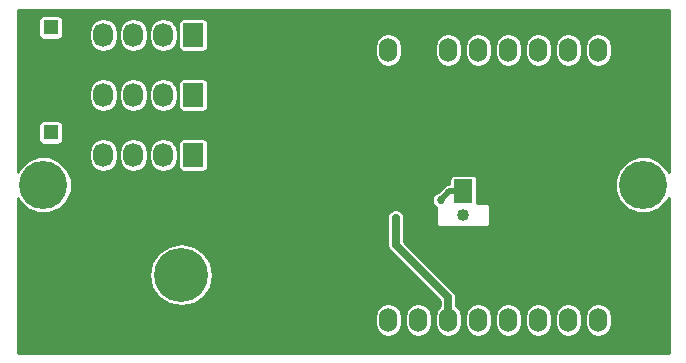
<source format=gbl>
%TF.GenerationSoftware,KiCad,Pcbnew,4.0.2-stable*%
%TF.CreationDate,2016-05-01T09:37:51-04:00*%
%TF.ProjectId,RGB-Controller,5247422D436F6E74726F6C6C65722E6B,rev?*%
%TF.FileFunction,Copper,L2,Bot,Signal*%
%FSLAX46Y46*%
G04 Gerber Fmt 4.6, Leading zero omitted, Abs format (unit mm)*
G04 Created by KiCad (PCBNEW 4.0.2-stable) date 5/1/2016 9:37:51 AM*
%MOMM*%
G01*
G04 APERTURE LIST*
%ADD10C,0.127000*%
%ADD11R,1.600000X2.000000*%
%ADD12C,1.016000*%
%ADD13O,1.524000X2.032000*%
%ADD14C,4.064000*%
%ADD15R,1.727200X2.032000*%
%ADD16O,1.727200X2.032000*%
%ADD17O,4.572000X4.572000*%
%ADD18O,4.064000X4.064000*%
%ADD19O,3.500120X3.500120*%
%ADD20R,1.300000X1.300000*%
%ADD21C,1.300000*%
%ADD22C,0.685800*%
%ADD23C,0.508000*%
%ADD24C,0.635000*%
%ADD25C,0.254000*%
G04 APERTURE END LIST*
D10*
D11*
X135890000Y-91980000D03*
X135890000Y-95980000D03*
D12*
X135890000Y-93980000D03*
D13*
X147320000Y-102870000D03*
X147320000Y-80010000D03*
X144780000Y-102870000D03*
X144780000Y-80010000D03*
X142240000Y-102870000D03*
X142240000Y-80010000D03*
X139700000Y-102870000D03*
X139700000Y-80010000D03*
X137160000Y-102870000D03*
X137160000Y-80010000D03*
X134620000Y-102870000D03*
X134620000Y-80010000D03*
X132080000Y-102870000D03*
X132080000Y-80010000D03*
X129540000Y-102870000D03*
X129540000Y-80010000D03*
D14*
X151130000Y-91440000D03*
D15*
X113030000Y-78740000D03*
D16*
X110490000Y-78740000D03*
X107950000Y-78740000D03*
X105410000Y-78740000D03*
D15*
X113030000Y-83820000D03*
D16*
X110490000Y-83820000D03*
X107950000Y-83820000D03*
X105410000Y-83820000D03*
D15*
X113030000Y-88900000D03*
D16*
X110490000Y-88900000D03*
X107950000Y-88900000D03*
X105410000Y-88900000D03*
D14*
X100330000Y-91440000D03*
D17*
X112014000Y-99060000D03*
D18*
X105410000Y-99060000D03*
D19*
X109220000Y-103505000D03*
D20*
X100965000Y-78105000D03*
D21*
X100965000Y-80605000D03*
D20*
X100965000Y-86995000D03*
D21*
X100965000Y-84495000D03*
D22*
X133985000Y-92710000D03*
X145415000Y-82550000D03*
X137160000Y-99695000D03*
X120015000Y-102235000D03*
X135890000Y-98425000D03*
X124206000Y-79502000D03*
X137160000Y-85725000D03*
X130810000Y-83185000D03*
X127635000Y-86360000D03*
X127635000Y-88265000D03*
X127635000Y-90170000D03*
X127635000Y-92075000D03*
X127635000Y-93980000D03*
X126365000Y-85725000D03*
X127635000Y-84455000D03*
X128905000Y-85725000D03*
X128905000Y-86995000D03*
X128905000Y-88900000D03*
X128905000Y-90805000D03*
X128905000Y-92710000D03*
X120015000Y-83820000D03*
X129540000Y-98425000D03*
X126365000Y-87630000D03*
X126365000Y-89535000D03*
X126365000Y-91440000D03*
X126365000Y-93345000D03*
X130175000Y-94234000D03*
D23*
X134715000Y-91980000D02*
X135890000Y-91980000D01*
X133985000Y-92710000D02*
X134715000Y-91980000D01*
X135890000Y-95980000D02*
X135890000Y-98425000D01*
D24*
X127635000Y-86360000D02*
X127635000Y-88265000D01*
X127635000Y-90170000D02*
X127635000Y-92075000D01*
D23*
X128905000Y-85725000D02*
X127635000Y-84455000D01*
X128905000Y-88900000D02*
X128905000Y-86995000D01*
X128905000Y-92710000D02*
X128905000Y-90805000D01*
D24*
X126365000Y-89535000D02*
X126365000Y-87630000D01*
X126365000Y-93345000D02*
X126365000Y-91440000D01*
X134620000Y-100965000D02*
X134620000Y-102870000D01*
X130175000Y-96520000D02*
X134620000Y-100965000D01*
X130175000Y-94234000D02*
X130175000Y-96520000D01*
D25*
G36*
X153276300Y-90315657D02*
X153176834Y-90074931D01*
X152498639Y-89395551D01*
X151612081Y-89027420D01*
X150652130Y-89026583D01*
X149764931Y-89393166D01*
X149085551Y-90071361D01*
X148717420Y-90957919D01*
X148716583Y-91917870D01*
X149083166Y-92805069D01*
X149761361Y-93484449D01*
X150647919Y-93852580D01*
X151607870Y-93853417D01*
X152495069Y-93486834D01*
X153174449Y-92808639D01*
X153276300Y-92563355D01*
X153276300Y-105651300D01*
X98183700Y-105651300D01*
X98183700Y-102588631D01*
X128397000Y-102588631D01*
X128397000Y-103151369D01*
X128484006Y-103588776D01*
X128731777Y-103959592D01*
X129102593Y-104207363D01*
X129540000Y-104294369D01*
X129977407Y-104207363D01*
X130348223Y-103959592D01*
X130595994Y-103588776D01*
X130683000Y-103151369D01*
X130683000Y-102588631D01*
X130937000Y-102588631D01*
X130937000Y-103151369D01*
X131024006Y-103588776D01*
X131271777Y-103959592D01*
X131642593Y-104207363D01*
X132080000Y-104294369D01*
X132517407Y-104207363D01*
X132888223Y-103959592D01*
X133135994Y-103588776D01*
X133223000Y-103151369D01*
X133223000Y-102588631D01*
X133135994Y-102151224D01*
X132888223Y-101780408D01*
X132517407Y-101532637D01*
X132080000Y-101445631D01*
X131642593Y-101532637D01*
X131271777Y-101780408D01*
X131024006Y-102151224D01*
X130937000Y-102588631D01*
X130683000Y-102588631D01*
X130595994Y-102151224D01*
X130348223Y-101780408D01*
X129977407Y-101532637D01*
X129540000Y-101445631D01*
X129102593Y-101532637D01*
X128731777Y-101780408D01*
X128484006Y-102151224D01*
X128397000Y-102588631D01*
X98183700Y-102588631D01*
X98183700Y-99060000D01*
X109294750Y-99060000D01*
X109497763Y-100080617D01*
X110075896Y-100945854D01*
X110941133Y-101523987D01*
X111961750Y-101727000D01*
X112066250Y-101727000D01*
X113086867Y-101523987D01*
X113952104Y-100945854D01*
X114530237Y-100080617D01*
X114733250Y-99060000D01*
X114530237Y-98039383D01*
X113952104Y-97174146D01*
X113086867Y-96596013D01*
X112066250Y-96393000D01*
X111961750Y-96393000D01*
X110941133Y-96596013D01*
X110075896Y-97174146D01*
X109497763Y-98039383D01*
X109294750Y-99060000D01*
X98183700Y-99060000D01*
X98183700Y-94377361D01*
X129450975Y-94377361D01*
X129476500Y-94439136D01*
X129476500Y-96520000D01*
X129529670Y-96787305D01*
X129681086Y-97013914D01*
X133921500Y-101254328D01*
X133921500Y-101707094D01*
X133811777Y-101780408D01*
X133564006Y-102151224D01*
X133477000Y-102588631D01*
X133477000Y-103151369D01*
X133564006Y-103588776D01*
X133811777Y-103959592D01*
X134182593Y-104207363D01*
X134620000Y-104294369D01*
X135057407Y-104207363D01*
X135428223Y-103959592D01*
X135675994Y-103588776D01*
X135763000Y-103151369D01*
X135763000Y-102588631D01*
X136017000Y-102588631D01*
X136017000Y-103151369D01*
X136104006Y-103588776D01*
X136351777Y-103959592D01*
X136722593Y-104207363D01*
X137160000Y-104294369D01*
X137597407Y-104207363D01*
X137968223Y-103959592D01*
X138215994Y-103588776D01*
X138303000Y-103151369D01*
X138303000Y-102588631D01*
X138557000Y-102588631D01*
X138557000Y-103151369D01*
X138644006Y-103588776D01*
X138891777Y-103959592D01*
X139262593Y-104207363D01*
X139700000Y-104294369D01*
X140137407Y-104207363D01*
X140508223Y-103959592D01*
X140755994Y-103588776D01*
X140843000Y-103151369D01*
X140843000Y-102588631D01*
X141097000Y-102588631D01*
X141097000Y-103151369D01*
X141184006Y-103588776D01*
X141431777Y-103959592D01*
X141802593Y-104207363D01*
X142240000Y-104294369D01*
X142677407Y-104207363D01*
X143048223Y-103959592D01*
X143295994Y-103588776D01*
X143383000Y-103151369D01*
X143383000Y-102588631D01*
X143637000Y-102588631D01*
X143637000Y-103151369D01*
X143724006Y-103588776D01*
X143971777Y-103959592D01*
X144342593Y-104207363D01*
X144780000Y-104294369D01*
X145217407Y-104207363D01*
X145588223Y-103959592D01*
X145835994Y-103588776D01*
X145923000Y-103151369D01*
X145923000Y-102588631D01*
X146177000Y-102588631D01*
X146177000Y-103151369D01*
X146264006Y-103588776D01*
X146511777Y-103959592D01*
X146882593Y-104207363D01*
X147320000Y-104294369D01*
X147757407Y-104207363D01*
X148128223Y-103959592D01*
X148375994Y-103588776D01*
X148463000Y-103151369D01*
X148463000Y-102588631D01*
X148375994Y-102151224D01*
X148128223Y-101780408D01*
X147757407Y-101532637D01*
X147320000Y-101445631D01*
X146882593Y-101532637D01*
X146511777Y-101780408D01*
X146264006Y-102151224D01*
X146177000Y-102588631D01*
X145923000Y-102588631D01*
X145835994Y-102151224D01*
X145588223Y-101780408D01*
X145217407Y-101532637D01*
X144780000Y-101445631D01*
X144342593Y-101532637D01*
X143971777Y-101780408D01*
X143724006Y-102151224D01*
X143637000Y-102588631D01*
X143383000Y-102588631D01*
X143295994Y-102151224D01*
X143048223Y-101780408D01*
X142677407Y-101532637D01*
X142240000Y-101445631D01*
X141802593Y-101532637D01*
X141431777Y-101780408D01*
X141184006Y-102151224D01*
X141097000Y-102588631D01*
X140843000Y-102588631D01*
X140755994Y-102151224D01*
X140508223Y-101780408D01*
X140137407Y-101532637D01*
X139700000Y-101445631D01*
X139262593Y-101532637D01*
X138891777Y-101780408D01*
X138644006Y-102151224D01*
X138557000Y-102588631D01*
X138303000Y-102588631D01*
X138215994Y-102151224D01*
X137968223Y-101780408D01*
X137597407Y-101532637D01*
X137160000Y-101445631D01*
X136722593Y-101532637D01*
X136351777Y-101780408D01*
X136104006Y-102151224D01*
X136017000Y-102588631D01*
X135763000Y-102588631D01*
X135675994Y-102151224D01*
X135428223Y-101780408D01*
X135318500Y-101707094D01*
X135318500Y-100965000D01*
X135265330Y-100697696D01*
X135113914Y-100471086D01*
X130873500Y-96230672D01*
X130873500Y-94439491D01*
X130898774Y-94378624D01*
X130899025Y-94090639D01*
X130789050Y-93824479D01*
X130585592Y-93620665D01*
X130319624Y-93510226D01*
X130031639Y-93509975D01*
X129765479Y-93619950D01*
X129561665Y-93823408D01*
X129451226Y-94089376D01*
X129450975Y-94377361D01*
X98183700Y-94377361D01*
X98183700Y-92564343D01*
X98283166Y-92805069D01*
X98961361Y-93484449D01*
X99847919Y-93852580D01*
X100807870Y-93853417D01*
X101695069Y-93486834D01*
X102329648Y-92853361D01*
X133260975Y-92853361D01*
X133370950Y-93119521D01*
X133574408Y-93323335D01*
X133593992Y-93331467D01*
X133591300Y-93345000D01*
X133591300Y-94615000D01*
X133621269Y-94765662D01*
X133706612Y-94893388D01*
X133834338Y-94978731D01*
X133985000Y-95008700D01*
X137795000Y-95008700D01*
X137945662Y-94978731D01*
X138073388Y-94893388D01*
X138158731Y-94765662D01*
X138188700Y-94615000D01*
X138188700Y-93345000D01*
X138158731Y-93194338D01*
X138073388Y-93066612D01*
X137945662Y-92981269D01*
X137795000Y-92951300D01*
X137078464Y-92951300D01*
X137078464Y-90980000D01*
X137051897Y-90838810D01*
X136968454Y-90709135D01*
X136841134Y-90622141D01*
X136690000Y-90591536D01*
X135090000Y-90591536D01*
X134948810Y-90618103D01*
X134819135Y-90701546D01*
X134732141Y-90828866D01*
X134701536Y-90980000D01*
X134701536Y-91347678D01*
X134471996Y-91393336D01*
X134265987Y-91530987D01*
X133789424Y-92007550D01*
X133575479Y-92095950D01*
X133371665Y-92299408D01*
X133261226Y-92565376D01*
X133260975Y-92853361D01*
X102329648Y-92853361D01*
X102374449Y-92808639D01*
X102742580Y-91922081D01*
X102743417Y-90962130D01*
X102376834Y-90074931D01*
X101698639Y-89395551D01*
X100812081Y-89027420D01*
X99852130Y-89026583D01*
X98964931Y-89393166D01*
X98285551Y-90071361D01*
X98183700Y-90316645D01*
X98183700Y-88720231D01*
X104165400Y-88720231D01*
X104165400Y-89079769D01*
X104260140Y-89556057D01*
X104529935Y-89959834D01*
X104933712Y-90229629D01*
X105410000Y-90324369D01*
X105886288Y-90229629D01*
X106290065Y-89959834D01*
X106559860Y-89556057D01*
X106654600Y-89079769D01*
X106654600Y-88720231D01*
X106705400Y-88720231D01*
X106705400Y-89079769D01*
X106800140Y-89556057D01*
X107069935Y-89959834D01*
X107473712Y-90229629D01*
X107950000Y-90324369D01*
X108426288Y-90229629D01*
X108830065Y-89959834D01*
X109099860Y-89556057D01*
X109194600Y-89079769D01*
X109194600Y-88720231D01*
X109245400Y-88720231D01*
X109245400Y-89079769D01*
X109340140Y-89556057D01*
X109609935Y-89959834D01*
X110013712Y-90229629D01*
X110490000Y-90324369D01*
X110966288Y-90229629D01*
X111370065Y-89959834D01*
X111639860Y-89556057D01*
X111734600Y-89079769D01*
X111734600Y-88720231D01*
X111639860Y-88243943D01*
X111399354Y-87884000D01*
X111777936Y-87884000D01*
X111777936Y-89916000D01*
X111804503Y-90057190D01*
X111887946Y-90186865D01*
X112015266Y-90273859D01*
X112166400Y-90304464D01*
X113893600Y-90304464D01*
X114034790Y-90277897D01*
X114164465Y-90194454D01*
X114251459Y-90067134D01*
X114282064Y-89916000D01*
X114282064Y-87884000D01*
X114255497Y-87742810D01*
X114172054Y-87613135D01*
X114044734Y-87526141D01*
X113893600Y-87495536D01*
X112166400Y-87495536D01*
X112025210Y-87522103D01*
X111895535Y-87605546D01*
X111808541Y-87732866D01*
X111777936Y-87884000D01*
X111399354Y-87884000D01*
X111370065Y-87840166D01*
X110966288Y-87570371D01*
X110490000Y-87475631D01*
X110013712Y-87570371D01*
X109609935Y-87840166D01*
X109340140Y-88243943D01*
X109245400Y-88720231D01*
X109194600Y-88720231D01*
X109099860Y-88243943D01*
X108830065Y-87840166D01*
X108426288Y-87570371D01*
X107950000Y-87475631D01*
X107473712Y-87570371D01*
X107069935Y-87840166D01*
X106800140Y-88243943D01*
X106705400Y-88720231D01*
X106654600Y-88720231D01*
X106559860Y-88243943D01*
X106290065Y-87840166D01*
X105886288Y-87570371D01*
X105410000Y-87475631D01*
X104933712Y-87570371D01*
X104529935Y-87840166D01*
X104260140Y-88243943D01*
X104165400Y-88720231D01*
X98183700Y-88720231D01*
X98183700Y-86345000D01*
X99926536Y-86345000D01*
X99926536Y-87645000D01*
X99953103Y-87786190D01*
X100036546Y-87915865D01*
X100163866Y-88002859D01*
X100315000Y-88033464D01*
X101615000Y-88033464D01*
X101756190Y-88006897D01*
X101885865Y-87923454D01*
X101972859Y-87796134D01*
X102003464Y-87645000D01*
X102003464Y-86345000D01*
X101976897Y-86203810D01*
X101893454Y-86074135D01*
X101766134Y-85987141D01*
X101615000Y-85956536D01*
X100315000Y-85956536D01*
X100173810Y-85983103D01*
X100044135Y-86066546D01*
X99957141Y-86193866D01*
X99926536Y-86345000D01*
X98183700Y-86345000D01*
X98183700Y-83640231D01*
X104165400Y-83640231D01*
X104165400Y-83999769D01*
X104260140Y-84476057D01*
X104529935Y-84879834D01*
X104933712Y-85149629D01*
X105410000Y-85244369D01*
X105886288Y-85149629D01*
X106290065Y-84879834D01*
X106559860Y-84476057D01*
X106654600Y-83999769D01*
X106654600Y-83640231D01*
X106705400Y-83640231D01*
X106705400Y-83999769D01*
X106800140Y-84476057D01*
X107069935Y-84879834D01*
X107473712Y-85149629D01*
X107950000Y-85244369D01*
X108426288Y-85149629D01*
X108830065Y-84879834D01*
X109099860Y-84476057D01*
X109194600Y-83999769D01*
X109194600Y-83640231D01*
X109245400Y-83640231D01*
X109245400Y-83999769D01*
X109340140Y-84476057D01*
X109609935Y-84879834D01*
X110013712Y-85149629D01*
X110490000Y-85244369D01*
X110966288Y-85149629D01*
X111370065Y-84879834D01*
X111639860Y-84476057D01*
X111734600Y-83999769D01*
X111734600Y-83640231D01*
X111639860Y-83163943D01*
X111399354Y-82804000D01*
X111777936Y-82804000D01*
X111777936Y-84836000D01*
X111804503Y-84977190D01*
X111887946Y-85106865D01*
X112015266Y-85193859D01*
X112166400Y-85224464D01*
X113893600Y-85224464D01*
X114034790Y-85197897D01*
X114164465Y-85114454D01*
X114251459Y-84987134D01*
X114282064Y-84836000D01*
X114282064Y-82804000D01*
X114255497Y-82662810D01*
X114172054Y-82533135D01*
X114044734Y-82446141D01*
X113893600Y-82415536D01*
X112166400Y-82415536D01*
X112025210Y-82442103D01*
X111895535Y-82525546D01*
X111808541Y-82652866D01*
X111777936Y-82804000D01*
X111399354Y-82804000D01*
X111370065Y-82760166D01*
X110966288Y-82490371D01*
X110490000Y-82395631D01*
X110013712Y-82490371D01*
X109609935Y-82760166D01*
X109340140Y-83163943D01*
X109245400Y-83640231D01*
X109194600Y-83640231D01*
X109099860Y-83163943D01*
X108830065Y-82760166D01*
X108426288Y-82490371D01*
X107950000Y-82395631D01*
X107473712Y-82490371D01*
X107069935Y-82760166D01*
X106800140Y-83163943D01*
X106705400Y-83640231D01*
X106654600Y-83640231D01*
X106559860Y-83163943D01*
X106290065Y-82760166D01*
X105886288Y-82490371D01*
X105410000Y-82395631D01*
X104933712Y-82490371D01*
X104529935Y-82760166D01*
X104260140Y-83163943D01*
X104165400Y-83640231D01*
X98183700Y-83640231D01*
X98183700Y-77455000D01*
X99926536Y-77455000D01*
X99926536Y-78755000D01*
X99953103Y-78896190D01*
X100036546Y-79025865D01*
X100163866Y-79112859D01*
X100315000Y-79143464D01*
X101615000Y-79143464D01*
X101756190Y-79116897D01*
X101885865Y-79033454D01*
X101972859Y-78906134D01*
X102003464Y-78755000D01*
X102003464Y-78560231D01*
X104165400Y-78560231D01*
X104165400Y-78919769D01*
X104260140Y-79396057D01*
X104529935Y-79799834D01*
X104933712Y-80069629D01*
X105410000Y-80164369D01*
X105886288Y-80069629D01*
X106290065Y-79799834D01*
X106559860Y-79396057D01*
X106654600Y-78919769D01*
X106654600Y-78560231D01*
X106705400Y-78560231D01*
X106705400Y-78919769D01*
X106800140Y-79396057D01*
X107069935Y-79799834D01*
X107473712Y-80069629D01*
X107950000Y-80164369D01*
X108426288Y-80069629D01*
X108830065Y-79799834D01*
X109099860Y-79396057D01*
X109194600Y-78919769D01*
X109194600Y-78560231D01*
X109245400Y-78560231D01*
X109245400Y-78919769D01*
X109340140Y-79396057D01*
X109609935Y-79799834D01*
X110013712Y-80069629D01*
X110490000Y-80164369D01*
X110966288Y-80069629D01*
X111370065Y-79799834D01*
X111639860Y-79396057D01*
X111734600Y-78919769D01*
X111734600Y-78560231D01*
X111639860Y-78083943D01*
X111399354Y-77724000D01*
X111777936Y-77724000D01*
X111777936Y-79756000D01*
X111804503Y-79897190D01*
X111887946Y-80026865D01*
X112015266Y-80113859D01*
X112166400Y-80144464D01*
X113893600Y-80144464D01*
X114034790Y-80117897D01*
X114164465Y-80034454D01*
X114251459Y-79907134D01*
X114282064Y-79756000D01*
X114282064Y-79728631D01*
X128397000Y-79728631D01*
X128397000Y-80291369D01*
X128484006Y-80728776D01*
X128731777Y-81099592D01*
X129102593Y-81347363D01*
X129540000Y-81434369D01*
X129977407Y-81347363D01*
X130348223Y-81099592D01*
X130595994Y-80728776D01*
X130683000Y-80291369D01*
X130683000Y-79728631D01*
X133477000Y-79728631D01*
X133477000Y-80291369D01*
X133564006Y-80728776D01*
X133811777Y-81099592D01*
X134182593Y-81347363D01*
X134620000Y-81434369D01*
X135057407Y-81347363D01*
X135428223Y-81099592D01*
X135675994Y-80728776D01*
X135763000Y-80291369D01*
X135763000Y-79728631D01*
X136017000Y-79728631D01*
X136017000Y-80291369D01*
X136104006Y-80728776D01*
X136351777Y-81099592D01*
X136722593Y-81347363D01*
X137160000Y-81434369D01*
X137597407Y-81347363D01*
X137968223Y-81099592D01*
X138215994Y-80728776D01*
X138303000Y-80291369D01*
X138303000Y-79728631D01*
X138557000Y-79728631D01*
X138557000Y-80291369D01*
X138644006Y-80728776D01*
X138891777Y-81099592D01*
X139262593Y-81347363D01*
X139700000Y-81434369D01*
X140137407Y-81347363D01*
X140508223Y-81099592D01*
X140755994Y-80728776D01*
X140843000Y-80291369D01*
X140843000Y-79728631D01*
X141097000Y-79728631D01*
X141097000Y-80291369D01*
X141184006Y-80728776D01*
X141431777Y-81099592D01*
X141802593Y-81347363D01*
X142240000Y-81434369D01*
X142677407Y-81347363D01*
X143048223Y-81099592D01*
X143295994Y-80728776D01*
X143383000Y-80291369D01*
X143383000Y-79728631D01*
X143637000Y-79728631D01*
X143637000Y-80291369D01*
X143724006Y-80728776D01*
X143971777Y-81099592D01*
X144342593Y-81347363D01*
X144780000Y-81434369D01*
X145217407Y-81347363D01*
X145588223Y-81099592D01*
X145835994Y-80728776D01*
X145923000Y-80291369D01*
X145923000Y-79728631D01*
X146177000Y-79728631D01*
X146177000Y-80291369D01*
X146264006Y-80728776D01*
X146511777Y-81099592D01*
X146882593Y-81347363D01*
X147320000Y-81434369D01*
X147757407Y-81347363D01*
X148128223Y-81099592D01*
X148375994Y-80728776D01*
X148463000Y-80291369D01*
X148463000Y-79728631D01*
X148375994Y-79291224D01*
X148128223Y-78920408D01*
X147757407Y-78672637D01*
X147320000Y-78585631D01*
X146882593Y-78672637D01*
X146511777Y-78920408D01*
X146264006Y-79291224D01*
X146177000Y-79728631D01*
X145923000Y-79728631D01*
X145835994Y-79291224D01*
X145588223Y-78920408D01*
X145217407Y-78672637D01*
X144780000Y-78585631D01*
X144342593Y-78672637D01*
X143971777Y-78920408D01*
X143724006Y-79291224D01*
X143637000Y-79728631D01*
X143383000Y-79728631D01*
X143295994Y-79291224D01*
X143048223Y-78920408D01*
X142677407Y-78672637D01*
X142240000Y-78585631D01*
X141802593Y-78672637D01*
X141431777Y-78920408D01*
X141184006Y-79291224D01*
X141097000Y-79728631D01*
X140843000Y-79728631D01*
X140755994Y-79291224D01*
X140508223Y-78920408D01*
X140137407Y-78672637D01*
X139700000Y-78585631D01*
X139262593Y-78672637D01*
X138891777Y-78920408D01*
X138644006Y-79291224D01*
X138557000Y-79728631D01*
X138303000Y-79728631D01*
X138215994Y-79291224D01*
X137968223Y-78920408D01*
X137597407Y-78672637D01*
X137160000Y-78585631D01*
X136722593Y-78672637D01*
X136351777Y-78920408D01*
X136104006Y-79291224D01*
X136017000Y-79728631D01*
X135763000Y-79728631D01*
X135675994Y-79291224D01*
X135428223Y-78920408D01*
X135057407Y-78672637D01*
X134620000Y-78585631D01*
X134182593Y-78672637D01*
X133811777Y-78920408D01*
X133564006Y-79291224D01*
X133477000Y-79728631D01*
X130683000Y-79728631D01*
X130595994Y-79291224D01*
X130348223Y-78920408D01*
X129977407Y-78672637D01*
X129540000Y-78585631D01*
X129102593Y-78672637D01*
X128731777Y-78920408D01*
X128484006Y-79291224D01*
X128397000Y-79728631D01*
X114282064Y-79728631D01*
X114282064Y-77724000D01*
X114255497Y-77582810D01*
X114172054Y-77453135D01*
X114044734Y-77366141D01*
X113893600Y-77335536D01*
X112166400Y-77335536D01*
X112025210Y-77362103D01*
X111895535Y-77445546D01*
X111808541Y-77572866D01*
X111777936Y-77724000D01*
X111399354Y-77724000D01*
X111370065Y-77680166D01*
X110966288Y-77410371D01*
X110490000Y-77315631D01*
X110013712Y-77410371D01*
X109609935Y-77680166D01*
X109340140Y-78083943D01*
X109245400Y-78560231D01*
X109194600Y-78560231D01*
X109099860Y-78083943D01*
X108830065Y-77680166D01*
X108426288Y-77410371D01*
X107950000Y-77315631D01*
X107473712Y-77410371D01*
X107069935Y-77680166D01*
X106800140Y-78083943D01*
X106705400Y-78560231D01*
X106654600Y-78560231D01*
X106559860Y-78083943D01*
X106290065Y-77680166D01*
X105886288Y-77410371D01*
X105410000Y-77315631D01*
X104933712Y-77410371D01*
X104529935Y-77680166D01*
X104260140Y-78083943D01*
X104165400Y-78560231D01*
X102003464Y-78560231D01*
X102003464Y-77455000D01*
X101976897Y-77313810D01*
X101893454Y-77184135D01*
X101766134Y-77097141D01*
X101615000Y-77066536D01*
X100315000Y-77066536D01*
X100173810Y-77093103D01*
X100044135Y-77176546D01*
X99957141Y-77303866D01*
X99926536Y-77455000D01*
X98183700Y-77455000D01*
X98183700Y-76593700D01*
X153276300Y-76593700D01*
X153276300Y-90315657D01*
X153276300Y-90315657D01*
G37*
X153276300Y-90315657D02*
X153176834Y-90074931D01*
X152498639Y-89395551D01*
X151612081Y-89027420D01*
X150652130Y-89026583D01*
X149764931Y-89393166D01*
X149085551Y-90071361D01*
X148717420Y-90957919D01*
X148716583Y-91917870D01*
X149083166Y-92805069D01*
X149761361Y-93484449D01*
X150647919Y-93852580D01*
X151607870Y-93853417D01*
X152495069Y-93486834D01*
X153174449Y-92808639D01*
X153276300Y-92563355D01*
X153276300Y-105651300D01*
X98183700Y-105651300D01*
X98183700Y-102588631D01*
X128397000Y-102588631D01*
X128397000Y-103151369D01*
X128484006Y-103588776D01*
X128731777Y-103959592D01*
X129102593Y-104207363D01*
X129540000Y-104294369D01*
X129977407Y-104207363D01*
X130348223Y-103959592D01*
X130595994Y-103588776D01*
X130683000Y-103151369D01*
X130683000Y-102588631D01*
X130937000Y-102588631D01*
X130937000Y-103151369D01*
X131024006Y-103588776D01*
X131271777Y-103959592D01*
X131642593Y-104207363D01*
X132080000Y-104294369D01*
X132517407Y-104207363D01*
X132888223Y-103959592D01*
X133135994Y-103588776D01*
X133223000Y-103151369D01*
X133223000Y-102588631D01*
X133135994Y-102151224D01*
X132888223Y-101780408D01*
X132517407Y-101532637D01*
X132080000Y-101445631D01*
X131642593Y-101532637D01*
X131271777Y-101780408D01*
X131024006Y-102151224D01*
X130937000Y-102588631D01*
X130683000Y-102588631D01*
X130595994Y-102151224D01*
X130348223Y-101780408D01*
X129977407Y-101532637D01*
X129540000Y-101445631D01*
X129102593Y-101532637D01*
X128731777Y-101780408D01*
X128484006Y-102151224D01*
X128397000Y-102588631D01*
X98183700Y-102588631D01*
X98183700Y-99060000D01*
X109294750Y-99060000D01*
X109497763Y-100080617D01*
X110075896Y-100945854D01*
X110941133Y-101523987D01*
X111961750Y-101727000D01*
X112066250Y-101727000D01*
X113086867Y-101523987D01*
X113952104Y-100945854D01*
X114530237Y-100080617D01*
X114733250Y-99060000D01*
X114530237Y-98039383D01*
X113952104Y-97174146D01*
X113086867Y-96596013D01*
X112066250Y-96393000D01*
X111961750Y-96393000D01*
X110941133Y-96596013D01*
X110075896Y-97174146D01*
X109497763Y-98039383D01*
X109294750Y-99060000D01*
X98183700Y-99060000D01*
X98183700Y-94377361D01*
X129450975Y-94377361D01*
X129476500Y-94439136D01*
X129476500Y-96520000D01*
X129529670Y-96787305D01*
X129681086Y-97013914D01*
X133921500Y-101254328D01*
X133921500Y-101707094D01*
X133811777Y-101780408D01*
X133564006Y-102151224D01*
X133477000Y-102588631D01*
X133477000Y-103151369D01*
X133564006Y-103588776D01*
X133811777Y-103959592D01*
X134182593Y-104207363D01*
X134620000Y-104294369D01*
X135057407Y-104207363D01*
X135428223Y-103959592D01*
X135675994Y-103588776D01*
X135763000Y-103151369D01*
X135763000Y-102588631D01*
X136017000Y-102588631D01*
X136017000Y-103151369D01*
X136104006Y-103588776D01*
X136351777Y-103959592D01*
X136722593Y-104207363D01*
X137160000Y-104294369D01*
X137597407Y-104207363D01*
X137968223Y-103959592D01*
X138215994Y-103588776D01*
X138303000Y-103151369D01*
X138303000Y-102588631D01*
X138557000Y-102588631D01*
X138557000Y-103151369D01*
X138644006Y-103588776D01*
X138891777Y-103959592D01*
X139262593Y-104207363D01*
X139700000Y-104294369D01*
X140137407Y-104207363D01*
X140508223Y-103959592D01*
X140755994Y-103588776D01*
X140843000Y-103151369D01*
X140843000Y-102588631D01*
X141097000Y-102588631D01*
X141097000Y-103151369D01*
X141184006Y-103588776D01*
X141431777Y-103959592D01*
X141802593Y-104207363D01*
X142240000Y-104294369D01*
X142677407Y-104207363D01*
X143048223Y-103959592D01*
X143295994Y-103588776D01*
X143383000Y-103151369D01*
X143383000Y-102588631D01*
X143637000Y-102588631D01*
X143637000Y-103151369D01*
X143724006Y-103588776D01*
X143971777Y-103959592D01*
X144342593Y-104207363D01*
X144780000Y-104294369D01*
X145217407Y-104207363D01*
X145588223Y-103959592D01*
X145835994Y-103588776D01*
X145923000Y-103151369D01*
X145923000Y-102588631D01*
X146177000Y-102588631D01*
X146177000Y-103151369D01*
X146264006Y-103588776D01*
X146511777Y-103959592D01*
X146882593Y-104207363D01*
X147320000Y-104294369D01*
X147757407Y-104207363D01*
X148128223Y-103959592D01*
X148375994Y-103588776D01*
X148463000Y-103151369D01*
X148463000Y-102588631D01*
X148375994Y-102151224D01*
X148128223Y-101780408D01*
X147757407Y-101532637D01*
X147320000Y-101445631D01*
X146882593Y-101532637D01*
X146511777Y-101780408D01*
X146264006Y-102151224D01*
X146177000Y-102588631D01*
X145923000Y-102588631D01*
X145835994Y-102151224D01*
X145588223Y-101780408D01*
X145217407Y-101532637D01*
X144780000Y-101445631D01*
X144342593Y-101532637D01*
X143971777Y-101780408D01*
X143724006Y-102151224D01*
X143637000Y-102588631D01*
X143383000Y-102588631D01*
X143295994Y-102151224D01*
X143048223Y-101780408D01*
X142677407Y-101532637D01*
X142240000Y-101445631D01*
X141802593Y-101532637D01*
X141431777Y-101780408D01*
X141184006Y-102151224D01*
X141097000Y-102588631D01*
X140843000Y-102588631D01*
X140755994Y-102151224D01*
X140508223Y-101780408D01*
X140137407Y-101532637D01*
X139700000Y-101445631D01*
X139262593Y-101532637D01*
X138891777Y-101780408D01*
X138644006Y-102151224D01*
X138557000Y-102588631D01*
X138303000Y-102588631D01*
X138215994Y-102151224D01*
X137968223Y-101780408D01*
X137597407Y-101532637D01*
X137160000Y-101445631D01*
X136722593Y-101532637D01*
X136351777Y-101780408D01*
X136104006Y-102151224D01*
X136017000Y-102588631D01*
X135763000Y-102588631D01*
X135675994Y-102151224D01*
X135428223Y-101780408D01*
X135318500Y-101707094D01*
X135318500Y-100965000D01*
X135265330Y-100697696D01*
X135113914Y-100471086D01*
X130873500Y-96230672D01*
X130873500Y-94439491D01*
X130898774Y-94378624D01*
X130899025Y-94090639D01*
X130789050Y-93824479D01*
X130585592Y-93620665D01*
X130319624Y-93510226D01*
X130031639Y-93509975D01*
X129765479Y-93619950D01*
X129561665Y-93823408D01*
X129451226Y-94089376D01*
X129450975Y-94377361D01*
X98183700Y-94377361D01*
X98183700Y-92564343D01*
X98283166Y-92805069D01*
X98961361Y-93484449D01*
X99847919Y-93852580D01*
X100807870Y-93853417D01*
X101695069Y-93486834D01*
X102329648Y-92853361D01*
X133260975Y-92853361D01*
X133370950Y-93119521D01*
X133574408Y-93323335D01*
X133593992Y-93331467D01*
X133591300Y-93345000D01*
X133591300Y-94615000D01*
X133621269Y-94765662D01*
X133706612Y-94893388D01*
X133834338Y-94978731D01*
X133985000Y-95008700D01*
X137795000Y-95008700D01*
X137945662Y-94978731D01*
X138073388Y-94893388D01*
X138158731Y-94765662D01*
X138188700Y-94615000D01*
X138188700Y-93345000D01*
X138158731Y-93194338D01*
X138073388Y-93066612D01*
X137945662Y-92981269D01*
X137795000Y-92951300D01*
X137078464Y-92951300D01*
X137078464Y-90980000D01*
X137051897Y-90838810D01*
X136968454Y-90709135D01*
X136841134Y-90622141D01*
X136690000Y-90591536D01*
X135090000Y-90591536D01*
X134948810Y-90618103D01*
X134819135Y-90701546D01*
X134732141Y-90828866D01*
X134701536Y-90980000D01*
X134701536Y-91347678D01*
X134471996Y-91393336D01*
X134265987Y-91530987D01*
X133789424Y-92007550D01*
X133575479Y-92095950D01*
X133371665Y-92299408D01*
X133261226Y-92565376D01*
X133260975Y-92853361D01*
X102329648Y-92853361D01*
X102374449Y-92808639D01*
X102742580Y-91922081D01*
X102743417Y-90962130D01*
X102376834Y-90074931D01*
X101698639Y-89395551D01*
X100812081Y-89027420D01*
X99852130Y-89026583D01*
X98964931Y-89393166D01*
X98285551Y-90071361D01*
X98183700Y-90316645D01*
X98183700Y-88720231D01*
X104165400Y-88720231D01*
X104165400Y-89079769D01*
X104260140Y-89556057D01*
X104529935Y-89959834D01*
X104933712Y-90229629D01*
X105410000Y-90324369D01*
X105886288Y-90229629D01*
X106290065Y-89959834D01*
X106559860Y-89556057D01*
X106654600Y-89079769D01*
X106654600Y-88720231D01*
X106705400Y-88720231D01*
X106705400Y-89079769D01*
X106800140Y-89556057D01*
X107069935Y-89959834D01*
X107473712Y-90229629D01*
X107950000Y-90324369D01*
X108426288Y-90229629D01*
X108830065Y-89959834D01*
X109099860Y-89556057D01*
X109194600Y-89079769D01*
X109194600Y-88720231D01*
X109245400Y-88720231D01*
X109245400Y-89079769D01*
X109340140Y-89556057D01*
X109609935Y-89959834D01*
X110013712Y-90229629D01*
X110490000Y-90324369D01*
X110966288Y-90229629D01*
X111370065Y-89959834D01*
X111639860Y-89556057D01*
X111734600Y-89079769D01*
X111734600Y-88720231D01*
X111639860Y-88243943D01*
X111399354Y-87884000D01*
X111777936Y-87884000D01*
X111777936Y-89916000D01*
X111804503Y-90057190D01*
X111887946Y-90186865D01*
X112015266Y-90273859D01*
X112166400Y-90304464D01*
X113893600Y-90304464D01*
X114034790Y-90277897D01*
X114164465Y-90194454D01*
X114251459Y-90067134D01*
X114282064Y-89916000D01*
X114282064Y-87884000D01*
X114255497Y-87742810D01*
X114172054Y-87613135D01*
X114044734Y-87526141D01*
X113893600Y-87495536D01*
X112166400Y-87495536D01*
X112025210Y-87522103D01*
X111895535Y-87605546D01*
X111808541Y-87732866D01*
X111777936Y-87884000D01*
X111399354Y-87884000D01*
X111370065Y-87840166D01*
X110966288Y-87570371D01*
X110490000Y-87475631D01*
X110013712Y-87570371D01*
X109609935Y-87840166D01*
X109340140Y-88243943D01*
X109245400Y-88720231D01*
X109194600Y-88720231D01*
X109099860Y-88243943D01*
X108830065Y-87840166D01*
X108426288Y-87570371D01*
X107950000Y-87475631D01*
X107473712Y-87570371D01*
X107069935Y-87840166D01*
X106800140Y-88243943D01*
X106705400Y-88720231D01*
X106654600Y-88720231D01*
X106559860Y-88243943D01*
X106290065Y-87840166D01*
X105886288Y-87570371D01*
X105410000Y-87475631D01*
X104933712Y-87570371D01*
X104529935Y-87840166D01*
X104260140Y-88243943D01*
X104165400Y-88720231D01*
X98183700Y-88720231D01*
X98183700Y-86345000D01*
X99926536Y-86345000D01*
X99926536Y-87645000D01*
X99953103Y-87786190D01*
X100036546Y-87915865D01*
X100163866Y-88002859D01*
X100315000Y-88033464D01*
X101615000Y-88033464D01*
X101756190Y-88006897D01*
X101885865Y-87923454D01*
X101972859Y-87796134D01*
X102003464Y-87645000D01*
X102003464Y-86345000D01*
X101976897Y-86203810D01*
X101893454Y-86074135D01*
X101766134Y-85987141D01*
X101615000Y-85956536D01*
X100315000Y-85956536D01*
X100173810Y-85983103D01*
X100044135Y-86066546D01*
X99957141Y-86193866D01*
X99926536Y-86345000D01*
X98183700Y-86345000D01*
X98183700Y-83640231D01*
X104165400Y-83640231D01*
X104165400Y-83999769D01*
X104260140Y-84476057D01*
X104529935Y-84879834D01*
X104933712Y-85149629D01*
X105410000Y-85244369D01*
X105886288Y-85149629D01*
X106290065Y-84879834D01*
X106559860Y-84476057D01*
X106654600Y-83999769D01*
X106654600Y-83640231D01*
X106705400Y-83640231D01*
X106705400Y-83999769D01*
X106800140Y-84476057D01*
X107069935Y-84879834D01*
X107473712Y-85149629D01*
X107950000Y-85244369D01*
X108426288Y-85149629D01*
X108830065Y-84879834D01*
X109099860Y-84476057D01*
X109194600Y-83999769D01*
X109194600Y-83640231D01*
X109245400Y-83640231D01*
X109245400Y-83999769D01*
X109340140Y-84476057D01*
X109609935Y-84879834D01*
X110013712Y-85149629D01*
X110490000Y-85244369D01*
X110966288Y-85149629D01*
X111370065Y-84879834D01*
X111639860Y-84476057D01*
X111734600Y-83999769D01*
X111734600Y-83640231D01*
X111639860Y-83163943D01*
X111399354Y-82804000D01*
X111777936Y-82804000D01*
X111777936Y-84836000D01*
X111804503Y-84977190D01*
X111887946Y-85106865D01*
X112015266Y-85193859D01*
X112166400Y-85224464D01*
X113893600Y-85224464D01*
X114034790Y-85197897D01*
X114164465Y-85114454D01*
X114251459Y-84987134D01*
X114282064Y-84836000D01*
X114282064Y-82804000D01*
X114255497Y-82662810D01*
X114172054Y-82533135D01*
X114044734Y-82446141D01*
X113893600Y-82415536D01*
X112166400Y-82415536D01*
X112025210Y-82442103D01*
X111895535Y-82525546D01*
X111808541Y-82652866D01*
X111777936Y-82804000D01*
X111399354Y-82804000D01*
X111370065Y-82760166D01*
X110966288Y-82490371D01*
X110490000Y-82395631D01*
X110013712Y-82490371D01*
X109609935Y-82760166D01*
X109340140Y-83163943D01*
X109245400Y-83640231D01*
X109194600Y-83640231D01*
X109099860Y-83163943D01*
X108830065Y-82760166D01*
X108426288Y-82490371D01*
X107950000Y-82395631D01*
X107473712Y-82490371D01*
X107069935Y-82760166D01*
X106800140Y-83163943D01*
X106705400Y-83640231D01*
X106654600Y-83640231D01*
X106559860Y-83163943D01*
X106290065Y-82760166D01*
X105886288Y-82490371D01*
X105410000Y-82395631D01*
X104933712Y-82490371D01*
X104529935Y-82760166D01*
X104260140Y-83163943D01*
X104165400Y-83640231D01*
X98183700Y-83640231D01*
X98183700Y-77455000D01*
X99926536Y-77455000D01*
X99926536Y-78755000D01*
X99953103Y-78896190D01*
X100036546Y-79025865D01*
X100163866Y-79112859D01*
X100315000Y-79143464D01*
X101615000Y-79143464D01*
X101756190Y-79116897D01*
X101885865Y-79033454D01*
X101972859Y-78906134D01*
X102003464Y-78755000D01*
X102003464Y-78560231D01*
X104165400Y-78560231D01*
X104165400Y-78919769D01*
X104260140Y-79396057D01*
X104529935Y-79799834D01*
X104933712Y-80069629D01*
X105410000Y-80164369D01*
X105886288Y-80069629D01*
X106290065Y-79799834D01*
X106559860Y-79396057D01*
X106654600Y-78919769D01*
X106654600Y-78560231D01*
X106705400Y-78560231D01*
X106705400Y-78919769D01*
X106800140Y-79396057D01*
X107069935Y-79799834D01*
X107473712Y-80069629D01*
X107950000Y-80164369D01*
X108426288Y-80069629D01*
X108830065Y-79799834D01*
X109099860Y-79396057D01*
X109194600Y-78919769D01*
X109194600Y-78560231D01*
X109245400Y-78560231D01*
X109245400Y-78919769D01*
X109340140Y-79396057D01*
X109609935Y-79799834D01*
X110013712Y-80069629D01*
X110490000Y-80164369D01*
X110966288Y-80069629D01*
X111370065Y-79799834D01*
X111639860Y-79396057D01*
X111734600Y-78919769D01*
X111734600Y-78560231D01*
X111639860Y-78083943D01*
X111399354Y-77724000D01*
X111777936Y-77724000D01*
X111777936Y-79756000D01*
X111804503Y-79897190D01*
X111887946Y-80026865D01*
X112015266Y-80113859D01*
X112166400Y-80144464D01*
X113893600Y-80144464D01*
X114034790Y-80117897D01*
X114164465Y-80034454D01*
X114251459Y-79907134D01*
X114282064Y-79756000D01*
X114282064Y-79728631D01*
X128397000Y-79728631D01*
X128397000Y-80291369D01*
X128484006Y-80728776D01*
X128731777Y-81099592D01*
X129102593Y-81347363D01*
X129540000Y-81434369D01*
X129977407Y-81347363D01*
X130348223Y-81099592D01*
X130595994Y-80728776D01*
X130683000Y-80291369D01*
X130683000Y-79728631D01*
X133477000Y-79728631D01*
X133477000Y-80291369D01*
X133564006Y-80728776D01*
X133811777Y-81099592D01*
X134182593Y-81347363D01*
X134620000Y-81434369D01*
X135057407Y-81347363D01*
X135428223Y-81099592D01*
X135675994Y-80728776D01*
X135763000Y-80291369D01*
X135763000Y-79728631D01*
X136017000Y-79728631D01*
X136017000Y-80291369D01*
X136104006Y-80728776D01*
X136351777Y-81099592D01*
X136722593Y-81347363D01*
X137160000Y-81434369D01*
X137597407Y-81347363D01*
X137968223Y-81099592D01*
X138215994Y-80728776D01*
X138303000Y-80291369D01*
X138303000Y-79728631D01*
X138557000Y-79728631D01*
X138557000Y-80291369D01*
X138644006Y-80728776D01*
X138891777Y-81099592D01*
X139262593Y-81347363D01*
X139700000Y-81434369D01*
X140137407Y-81347363D01*
X140508223Y-81099592D01*
X140755994Y-80728776D01*
X140843000Y-80291369D01*
X140843000Y-79728631D01*
X141097000Y-79728631D01*
X141097000Y-80291369D01*
X141184006Y-80728776D01*
X141431777Y-81099592D01*
X141802593Y-81347363D01*
X142240000Y-81434369D01*
X142677407Y-81347363D01*
X143048223Y-81099592D01*
X143295994Y-80728776D01*
X143383000Y-80291369D01*
X143383000Y-79728631D01*
X143637000Y-79728631D01*
X143637000Y-80291369D01*
X143724006Y-80728776D01*
X143971777Y-81099592D01*
X144342593Y-81347363D01*
X144780000Y-81434369D01*
X145217407Y-81347363D01*
X145588223Y-81099592D01*
X145835994Y-80728776D01*
X145923000Y-80291369D01*
X145923000Y-79728631D01*
X146177000Y-79728631D01*
X146177000Y-80291369D01*
X146264006Y-80728776D01*
X146511777Y-81099592D01*
X146882593Y-81347363D01*
X147320000Y-81434369D01*
X147757407Y-81347363D01*
X148128223Y-81099592D01*
X148375994Y-80728776D01*
X148463000Y-80291369D01*
X148463000Y-79728631D01*
X148375994Y-79291224D01*
X148128223Y-78920408D01*
X147757407Y-78672637D01*
X147320000Y-78585631D01*
X146882593Y-78672637D01*
X146511777Y-78920408D01*
X146264006Y-79291224D01*
X146177000Y-79728631D01*
X145923000Y-79728631D01*
X145835994Y-79291224D01*
X145588223Y-78920408D01*
X145217407Y-78672637D01*
X144780000Y-78585631D01*
X144342593Y-78672637D01*
X143971777Y-78920408D01*
X143724006Y-79291224D01*
X143637000Y-79728631D01*
X143383000Y-79728631D01*
X143295994Y-79291224D01*
X143048223Y-78920408D01*
X142677407Y-78672637D01*
X142240000Y-78585631D01*
X141802593Y-78672637D01*
X141431777Y-78920408D01*
X141184006Y-79291224D01*
X141097000Y-79728631D01*
X140843000Y-79728631D01*
X140755994Y-79291224D01*
X140508223Y-78920408D01*
X140137407Y-78672637D01*
X139700000Y-78585631D01*
X139262593Y-78672637D01*
X138891777Y-78920408D01*
X138644006Y-79291224D01*
X138557000Y-79728631D01*
X138303000Y-79728631D01*
X138215994Y-79291224D01*
X137968223Y-78920408D01*
X137597407Y-78672637D01*
X137160000Y-78585631D01*
X136722593Y-78672637D01*
X136351777Y-78920408D01*
X136104006Y-79291224D01*
X136017000Y-79728631D01*
X135763000Y-79728631D01*
X135675994Y-79291224D01*
X135428223Y-78920408D01*
X135057407Y-78672637D01*
X134620000Y-78585631D01*
X134182593Y-78672637D01*
X133811777Y-78920408D01*
X133564006Y-79291224D01*
X133477000Y-79728631D01*
X130683000Y-79728631D01*
X130595994Y-79291224D01*
X130348223Y-78920408D01*
X129977407Y-78672637D01*
X129540000Y-78585631D01*
X129102593Y-78672637D01*
X128731777Y-78920408D01*
X128484006Y-79291224D01*
X128397000Y-79728631D01*
X114282064Y-79728631D01*
X114282064Y-77724000D01*
X114255497Y-77582810D01*
X114172054Y-77453135D01*
X114044734Y-77366141D01*
X113893600Y-77335536D01*
X112166400Y-77335536D01*
X112025210Y-77362103D01*
X111895535Y-77445546D01*
X111808541Y-77572866D01*
X111777936Y-77724000D01*
X111399354Y-77724000D01*
X111370065Y-77680166D01*
X110966288Y-77410371D01*
X110490000Y-77315631D01*
X110013712Y-77410371D01*
X109609935Y-77680166D01*
X109340140Y-78083943D01*
X109245400Y-78560231D01*
X109194600Y-78560231D01*
X109099860Y-78083943D01*
X108830065Y-77680166D01*
X108426288Y-77410371D01*
X107950000Y-77315631D01*
X107473712Y-77410371D01*
X107069935Y-77680166D01*
X106800140Y-78083943D01*
X106705400Y-78560231D01*
X106654600Y-78560231D01*
X106559860Y-78083943D01*
X106290065Y-77680166D01*
X105886288Y-77410371D01*
X105410000Y-77315631D01*
X104933712Y-77410371D01*
X104529935Y-77680166D01*
X104260140Y-78083943D01*
X104165400Y-78560231D01*
X102003464Y-78560231D01*
X102003464Y-77455000D01*
X101976897Y-77313810D01*
X101893454Y-77184135D01*
X101766134Y-77097141D01*
X101615000Y-77066536D01*
X100315000Y-77066536D01*
X100173810Y-77093103D01*
X100044135Y-77176546D01*
X99957141Y-77303866D01*
X99926536Y-77455000D01*
X98183700Y-77455000D01*
X98183700Y-76593700D01*
X153276300Y-76593700D01*
X153276300Y-90315657D01*
M02*

</source>
